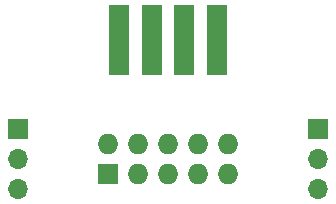
<source format=gbs>
G04 #@! TF.GenerationSoftware,KiCad,Pcbnew,(5.1.8)-1*
G04 #@! TF.CreationDate,2021-01-07T01:45:05+01:00*
G04 #@! TF.ProjectId,SMS Adapter,534d5320-4164-4617-9074-65722e6b6963,rev?*
G04 #@! TF.SameCoordinates,Original*
G04 #@! TF.FileFunction,Soldermask,Bot*
G04 #@! TF.FilePolarity,Negative*
%FSLAX46Y46*%
G04 Gerber Fmt 4.6, Leading zero omitted, Abs format (unit mm)*
G04 Created by KiCad (PCBNEW (5.1.8)-1) date 2021-01-07 01:45:05*
%MOMM*%
%LPD*%
G01*
G04 APERTURE LIST*
%ADD10R,1.700000X6.000000*%
%ADD11R,1.700000X1.700000*%
%ADD12O,1.700000X1.700000*%
%ADD13O,1.727200X1.727200*%
%ADD14R,1.727200X1.727200*%
G04 APERTURE END LIST*
D10*
X138069500Y-78168500D03*
X140839500Y-78168500D03*
X143609500Y-78168500D03*
X146379500Y-78168500D03*
D11*
X154940000Y-85725000D03*
D12*
X154940000Y-88265000D03*
X154940000Y-90805000D03*
D13*
X147320000Y-86995000D03*
X144780000Y-86995000D03*
X142240000Y-86995000D03*
X139700000Y-86995000D03*
X137160000Y-86995000D03*
X147320000Y-89535000D03*
X144780000Y-89535000D03*
X142240000Y-89535000D03*
X139700000Y-89535000D03*
D14*
X137160000Y-89535000D03*
D12*
X129540000Y-90805000D03*
X129540000Y-88265000D03*
D11*
X129540000Y-85725000D03*
M02*

</source>
